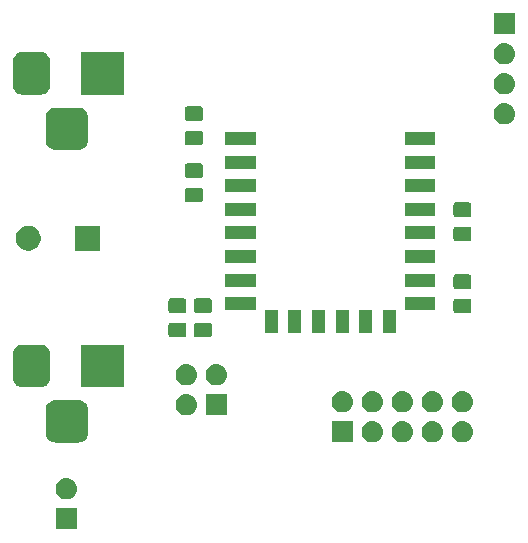
<source format=gbr>
G04 #@! TF.GenerationSoftware,KiCad,Pcbnew,(5.1.0-0)*
G04 #@! TF.CreationDate,2019-04-25T22:15:39+08:00*
G04 #@! TF.ProjectId,ws2812b,77733238-3132-4622-9e6b-696361645f70,rev?*
G04 #@! TF.SameCoordinates,Original*
G04 #@! TF.FileFunction,Soldermask,Top*
G04 #@! TF.FilePolarity,Negative*
%FSLAX46Y46*%
G04 Gerber Fmt 4.6, Leading zero omitted, Abs format (unit mm)*
G04 Created by KiCad (PCBNEW (5.1.0-0)) date 2019-04-25 22:15:39*
%MOMM*%
%LPD*%
G04 APERTURE LIST*
%ADD10C,0.100000*%
G04 APERTURE END LIST*
D10*
G36*
X58813000Y-71005000D02*
G01*
X57011000Y-71005000D01*
X57011000Y-69203000D01*
X58813000Y-69203000D01*
X58813000Y-71005000D01*
X58813000Y-71005000D01*
G37*
G36*
X58022443Y-66669519D02*
G01*
X58088627Y-66676037D01*
X58258466Y-66727557D01*
X58414991Y-66811222D01*
X58450729Y-66840552D01*
X58552186Y-66923814D01*
X58635448Y-67025271D01*
X58664778Y-67061009D01*
X58748443Y-67217534D01*
X58799963Y-67387373D01*
X58817359Y-67564000D01*
X58799963Y-67740627D01*
X58748443Y-67910466D01*
X58664778Y-68066991D01*
X58635448Y-68102729D01*
X58552186Y-68204186D01*
X58450729Y-68287448D01*
X58414991Y-68316778D01*
X58258466Y-68400443D01*
X58088627Y-68451963D01*
X58022442Y-68458482D01*
X57956260Y-68465000D01*
X57867740Y-68465000D01*
X57801558Y-68458482D01*
X57735373Y-68451963D01*
X57565534Y-68400443D01*
X57409009Y-68316778D01*
X57373271Y-68287448D01*
X57271814Y-68204186D01*
X57188552Y-68102729D01*
X57159222Y-68066991D01*
X57075557Y-67910466D01*
X57024037Y-67740627D01*
X57006641Y-67564000D01*
X57024037Y-67387373D01*
X57075557Y-67217534D01*
X57159222Y-67061009D01*
X57188552Y-67025271D01*
X57271814Y-66923814D01*
X57373271Y-66840552D01*
X57409009Y-66811222D01*
X57565534Y-66727557D01*
X57735373Y-66676037D01*
X57801557Y-66669519D01*
X57867740Y-66663000D01*
X57956260Y-66663000D01*
X58022443Y-66669519D01*
X58022443Y-66669519D01*
G37*
G36*
X59086366Y-60065695D02*
G01*
X59243460Y-60113349D01*
X59388231Y-60190731D01*
X59515128Y-60294872D01*
X59619269Y-60421769D01*
X59696651Y-60566540D01*
X59744305Y-60723634D01*
X59761000Y-60893140D01*
X59761000Y-62806860D01*
X59744305Y-62976366D01*
X59696651Y-63133460D01*
X59619269Y-63278231D01*
X59515128Y-63405128D01*
X59388231Y-63509269D01*
X59243460Y-63586651D01*
X59086366Y-63634305D01*
X58916860Y-63651000D01*
X57003140Y-63651000D01*
X56833634Y-63634305D01*
X56676540Y-63586651D01*
X56531769Y-63509269D01*
X56404872Y-63405128D01*
X56300731Y-63278231D01*
X56223349Y-63133460D01*
X56175695Y-62976366D01*
X56159000Y-62806860D01*
X56159000Y-60893140D01*
X56175695Y-60723634D01*
X56223349Y-60566540D01*
X56300731Y-60421769D01*
X56404872Y-60294872D01*
X56531769Y-60190731D01*
X56676540Y-60113349D01*
X56833634Y-60065695D01*
X57003140Y-60049000D01*
X58916860Y-60049000D01*
X59086366Y-60065695D01*
X59086366Y-60065695D01*
G37*
G36*
X86470443Y-61843519D02*
G01*
X86536627Y-61850037D01*
X86706466Y-61901557D01*
X86862991Y-61985222D01*
X86898729Y-62014552D01*
X87000186Y-62097814D01*
X87083448Y-62199271D01*
X87112778Y-62235009D01*
X87196443Y-62391534D01*
X87247963Y-62561373D01*
X87265359Y-62738000D01*
X87247963Y-62914627D01*
X87196443Y-63084466D01*
X87112778Y-63240991D01*
X87104735Y-63250791D01*
X87000186Y-63378186D01*
X86898729Y-63461448D01*
X86862991Y-63490778D01*
X86706466Y-63574443D01*
X86536627Y-63625963D01*
X86470443Y-63632481D01*
X86404260Y-63639000D01*
X86315740Y-63639000D01*
X86249557Y-63632481D01*
X86183373Y-63625963D01*
X86013534Y-63574443D01*
X85857009Y-63490778D01*
X85821271Y-63461448D01*
X85719814Y-63378186D01*
X85615265Y-63250791D01*
X85607222Y-63240991D01*
X85523557Y-63084466D01*
X85472037Y-62914627D01*
X85454641Y-62738000D01*
X85472037Y-62561373D01*
X85523557Y-62391534D01*
X85607222Y-62235009D01*
X85636552Y-62199271D01*
X85719814Y-62097814D01*
X85821271Y-62014552D01*
X85857009Y-61985222D01*
X86013534Y-61901557D01*
X86183373Y-61850037D01*
X86249557Y-61843519D01*
X86315740Y-61837000D01*
X86404260Y-61837000D01*
X86470443Y-61843519D01*
X86470443Y-61843519D01*
G37*
G36*
X83930443Y-61843519D02*
G01*
X83996627Y-61850037D01*
X84166466Y-61901557D01*
X84322991Y-61985222D01*
X84358729Y-62014552D01*
X84460186Y-62097814D01*
X84543448Y-62199271D01*
X84572778Y-62235009D01*
X84656443Y-62391534D01*
X84707963Y-62561373D01*
X84725359Y-62738000D01*
X84707963Y-62914627D01*
X84656443Y-63084466D01*
X84572778Y-63240991D01*
X84564735Y-63250791D01*
X84460186Y-63378186D01*
X84358729Y-63461448D01*
X84322991Y-63490778D01*
X84166466Y-63574443D01*
X83996627Y-63625963D01*
X83930443Y-63632481D01*
X83864260Y-63639000D01*
X83775740Y-63639000D01*
X83709557Y-63632481D01*
X83643373Y-63625963D01*
X83473534Y-63574443D01*
X83317009Y-63490778D01*
X83281271Y-63461448D01*
X83179814Y-63378186D01*
X83075265Y-63250791D01*
X83067222Y-63240991D01*
X82983557Y-63084466D01*
X82932037Y-62914627D01*
X82914641Y-62738000D01*
X82932037Y-62561373D01*
X82983557Y-62391534D01*
X83067222Y-62235009D01*
X83096552Y-62199271D01*
X83179814Y-62097814D01*
X83281271Y-62014552D01*
X83317009Y-61985222D01*
X83473534Y-61901557D01*
X83643373Y-61850037D01*
X83709557Y-61843519D01*
X83775740Y-61837000D01*
X83864260Y-61837000D01*
X83930443Y-61843519D01*
X83930443Y-61843519D01*
G37*
G36*
X82181000Y-63639000D02*
G01*
X80379000Y-63639000D01*
X80379000Y-61837000D01*
X82181000Y-61837000D01*
X82181000Y-63639000D01*
X82181000Y-63639000D01*
G37*
G36*
X91550443Y-61843519D02*
G01*
X91616627Y-61850037D01*
X91786466Y-61901557D01*
X91942991Y-61985222D01*
X91978729Y-62014552D01*
X92080186Y-62097814D01*
X92163448Y-62199271D01*
X92192778Y-62235009D01*
X92276443Y-62391534D01*
X92327963Y-62561373D01*
X92345359Y-62738000D01*
X92327963Y-62914627D01*
X92276443Y-63084466D01*
X92192778Y-63240991D01*
X92184735Y-63250791D01*
X92080186Y-63378186D01*
X91978729Y-63461448D01*
X91942991Y-63490778D01*
X91786466Y-63574443D01*
X91616627Y-63625963D01*
X91550443Y-63632481D01*
X91484260Y-63639000D01*
X91395740Y-63639000D01*
X91329557Y-63632481D01*
X91263373Y-63625963D01*
X91093534Y-63574443D01*
X90937009Y-63490778D01*
X90901271Y-63461448D01*
X90799814Y-63378186D01*
X90695265Y-63250791D01*
X90687222Y-63240991D01*
X90603557Y-63084466D01*
X90552037Y-62914627D01*
X90534641Y-62738000D01*
X90552037Y-62561373D01*
X90603557Y-62391534D01*
X90687222Y-62235009D01*
X90716552Y-62199271D01*
X90799814Y-62097814D01*
X90901271Y-62014552D01*
X90937009Y-61985222D01*
X91093534Y-61901557D01*
X91263373Y-61850037D01*
X91329557Y-61843519D01*
X91395740Y-61837000D01*
X91484260Y-61837000D01*
X91550443Y-61843519D01*
X91550443Y-61843519D01*
G37*
G36*
X89010443Y-61843519D02*
G01*
X89076627Y-61850037D01*
X89246466Y-61901557D01*
X89402991Y-61985222D01*
X89438729Y-62014552D01*
X89540186Y-62097814D01*
X89623448Y-62199271D01*
X89652778Y-62235009D01*
X89736443Y-62391534D01*
X89787963Y-62561373D01*
X89805359Y-62738000D01*
X89787963Y-62914627D01*
X89736443Y-63084466D01*
X89652778Y-63240991D01*
X89644735Y-63250791D01*
X89540186Y-63378186D01*
X89438729Y-63461448D01*
X89402991Y-63490778D01*
X89246466Y-63574443D01*
X89076627Y-63625963D01*
X89010443Y-63632481D01*
X88944260Y-63639000D01*
X88855740Y-63639000D01*
X88789557Y-63632481D01*
X88723373Y-63625963D01*
X88553534Y-63574443D01*
X88397009Y-63490778D01*
X88361271Y-63461448D01*
X88259814Y-63378186D01*
X88155265Y-63250791D01*
X88147222Y-63240991D01*
X88063557Y-63084466D01*
X88012037Y-62914627D01*
X87994641Y-62738000D01*
X88012037Y-62561373D01*
X88063557Y-62391534D01*
X88147222Y-62235009D01*
X88176552Y-62199271D01*
X88259814Y-62097814D01*
X88361271Y-62014552D01*
X88397009Y-61985222D01*
X88553534Y-61901557D01*
X88723373Y-61850037D01*
X88789557Y-61843519D01*
X88855740Y-61837000D01*
X88944260Y-61837000D01*
X89010443Y-61843519D01*
X89010443Y-61843519D01*
G37*
G36*
X71513000Y-61353000D02*
G01*
X69711000Y-61353000D01*
X69711000Y-59551000D01*
X71513000Y-59551000D01*
X71513000Y-61353000D01*
X71513000Y-61353000D01*
G37*
G36*
X68182443Y-59557519D02*
G01*
X68248627Y-59564037D01*
X68418466Y-59615557D01*
X68574991Y-59699222D01*
X68610729Y-59728552D01*
X68712186Y-59811814D01*
X68795448Y-59913271D01*
X68824778Y-59949009D01*
X68908443Y-60105534D01*
X68959963Y-60275373D01*
X68977359Y-60452000D01*
X68959963Y-60628627D01*
X68908443Y-60798466D01*
X68824778Y-60954991D01*
X68795448Y-60990729D01*
X68712186Y-61092186D01*
X68610729Y-61175448D01*
X68574991Y-61204778D01*
X68418466Y-61288443D01*
X68248627Y-61339963D01*
X68182443Y-61346481D01*
X68116260Y-61353000D01*
X68027740Y-61353000D01*
X67961557Y-61346481D01*
X67895373Y-61339963D01*
X67725534Y-61288443D01*
X67569009Y-61204778D01*
X67533271Y-61175448D01*
X67431814Y-61092186D01*
X67348552Y-60990729D01*
X67319222Y-60954991D01*
X67235557Y-60798466D01*
X67184037Y-60628627D01*
X67166641Y-60452000D01*
X67184037Y-60275373D01*
X67235557Y-60105534D01*
X67319222Y-59949009D01*
X67348552Y-59913271D01*
X67431814Y-59811814D01*
X67533271Y-59728552D01*
X67569009Y-59699222D01*
X67725534Y-59615557D01*
X67895373Y-59564037D01*
X67961557Y-59557519D01*
X68027740Y-59551000D01*
X68116260Y-59551000D01*
X68182443Y-59557519D01*
X68182443Y-59557519D01*
G37*
G36*
X91550442Y-59303518D02*
G01*
X91616627Y-59310037D01*
X91786466Y-59361557D01*
X91942991Y-59445222D01*
X91978729Y-59474552D01*
X92080186Y-59557814D01*
X92163448Y-59659271D01*
X92192778Y-59695009D01*
X92276443Y-59851534D01*
X92327963Y-60021373D01*
X92345359Y-60198000D01*
X92327963Y-60374627D01*
X92276443Y-60544466D01*
X92192778Y-60700991D01*
X92174195Y-60723634D01*
X92080186Y-60838186D01*
X92013223Y-60893140D01*
X91942991Y-60950778D01*
X91786466Y-61034443D01*
X91616627Y-61085963D01*
X91553453Y-61092185D01*
X91484260Y-61099000D01*
X91395740Y-61099000D01*
X91326547Y-61092185D01*
X91263373Y-61085963D01*
X91093534Y-61034443D01*
X90937009Y-60950778D01*
X90866777Y-60893140D01*
X90799814Y-60838186D01*
X90705805Y-60723634D01*
X90687222Y-60700991D01*
X90603557Y-60544466D01*
X90552037Y-60374627D01*
X90534641Y-60198000D01*
X90552037Y-60021373D01*
X90603557Y-59851534D01*
X90687222Y-59695009D01*
X90716552Y-59659271D01*
X90799814Y-59557814D01*
X90901271Y-59474552D01*
X90937009Y-59445222D01*
X91093534Y-59361557D01*
X91263373Y-59310037D01*
X91329558Y-59303518D01*
X91395740Y-59297000D01*
X91484260Y-59297000D01*
X91550442Y-59303518D01*
X91550442Y-59303518D01*
G37*
G36*
X81390442Y-59303518D02*
G01*
X81456627Y-59310037D01*
X81626466Y-59361557D01*
X81782991Y-59445222D01*
X81818729Y-59474552D01*
X81920186Y-59557814D01*
X82003448Y-59659271D01*
X82032778Y-59695009D01*
X82116443Y-59851534D01*
X82167963Y-60021373D01*
X82185359Y-60198000D01*
X82167963Y-60374627D01*
X82116443Y-60544466D01*
X82032778Y-60700991D01*
X82014195Y-60723634D01*
X81920186Y-60838186D01*
X81853223Y-60893140D01*
X81782991Y-60950778D01*
X81626466Y-61034443D01*
X81456627Y-61085963D01*
X81393453Y-61092185D01*
X81324260Y-61099000D01*
X81235740Y-61099000D01*
X81166547Y-61092185D01*
X81103373Y-61085963D01*
X80933534Y-61034443D01*
X80777009Y-60950778D01*
X80706777Y-60893140D01*
X80639814Y-60838186D01*
X80545805Y-60723634D01*
X80527222Y-60700991D01*
X80443557Y-60544466D01*
X80392037Y-60374627D01*
X80374641Y-60198000D01*
X80392037Y-60021373D01*
X80443557Y-59851534D01*
X80527222Y-59695009D01*
X80556552Y-59659271D01*
X80639814Y-59557814D01*
X80741271Y-59474552D01*
X80777009Y-59445222D01*
X80933534Y-59361557D01*
X81103373Y-59310037D01*
X81169558Y-59303518D01*
X81235740Y-59297000D01*
X81324260Y-59297000D01*
X81390442Y-59303518D01*
X81390442Y-59303518D01*
G37*
G36*
X83930442Y-59303518D02*
G01*
X83996627Y-59310037D01*
X84166466Y-59361557D01*
X84322991Y-59445222D01*
X84358729Y-59474552D01*
X84460186Y-59557814D01*
X84543448Y-59659271D01*
X84572778Y-59695009D01*
X84656443Y-59851534D01*
X84707963Y-60021373D01*
X84725359Y-60198000D01*
X84707963Y-60374627D01*
X84656443Y-60544466D01*
X84572778Y-60700991D01*
X84554195Y-60723634D01*
X84460186Y-60838186D01*
X84393223Y-60893140D01*
X84322991Y-60950778D01*
X84166466Y-61034443D01*
X83996627Y-61085963D01*
X83933453Y-61092185D01*
X83864260Y-61099000D01*
X83775740Y-61099000D01*
X83706547Y-61092185D01*
X83643373Y-61085963D01*
X83473534Y-61034443D01*
X83317009Y-60950778D01*
X83246777Y-60893140D01*
X83179814Y-60838186D01*
X83085805Y-60723634D01*
X83067222Y-60700991D01*
X82983557Y-60544466D01*
X82932037Y-60374627D01*
X82914641Y-60198000D01*
X82932037Y-60021373D01*
X82983557Y-59851534D01*
X83067222Y-59695009D01*
X83096552Y-59659271D01*
X83179814Y-59557814D01*
X83281271Y-59474552D01*
X83317009Y-59445222D01*
X83473534Y-59361557D01*
X83643373Y-59310037D01*
X83709558Y-59303518D01*
X83775740Y-59297000D01*
X83864260Y-59297000D01*
X83930442Y-59303518D01*
X83930442Y-59303518D01*
G37*
G36*
X89010442Y-59303518D02*
G01*
X89076627Y-59310037D01*
X89246466Y-59361557D01*
X89402991Y-59445222D01*
X89438729Y-59474552D01*
X89540186Y-59557814D01*
X89623448Y-59659271D01*
X89652778Y-59695009D01*
X89736443Y-59851534D01*
X89787963Y-60021373D01*
X89805359Y-60198000D01*
X89787963Y-60374627D01*
X89736443Y-60544466D01*
X89652778Y-60700991D01*
X89634195Y-60723634D01*
X89540186Y-60838186D01*
X89473223Y-60893140D01*
X89402991Y-60950778D01*
X89246466Y-61034443D01*
X89076627Y-61085963D01*
X89013453Y-61092185D01*
X88944260Y-61099000D01*
X88855740Y-61099000D01*
X88786547Y-61092185D01*
X88723373Y-61085963D01*
X88553534Y-61034443D01*
X88397009Y-60950778D01*
X88326777Y-60893140D01*
X88259814Y-60838186D01*
X88165805Y-60723634D01*
X88147222Y-60700991D01*
X88063557Y-60544466D01*
X88012037Y-60374627D01*
X87994641Y-60198000D01*
X88012037Y-60021373D01*
X88063557Y-59851534D01*
X88147222Y-59695009D01*
X88176552Y-59659271D01*
X88259814Y-59557814D01*
X88361271Y-59474552D01*
X88397009Y-59445222D01*
X88553534Y-59361557D01*
X88723373Y-59310037D01*
X88789558Y-59303518D01*
X88855740Y-59297000D01*
X88944260Y-59297000D01*
X89010442Y-59303518D01*
X89010442Y-59303518D01*
G37*
G36*
X86470442Y-59303518D02*
G01*
X86536627Y-59310037D01*
X86706466Y-59361557D01*
X86862991Y-59445222D01*
X86898729Y-59474552D01*
X87000186Y-59557814D01*
X87083448Y-59659271D01*
X87112778Y-59695009D01*
X87196443Y-59851534D01*
X87247963Y-60021373D01*
X87265359Y-60198000D01*
X87247963Y-60374627D01*
X87196443Y-60544466D01*
X87112778Y-60700991D01*
X87094195Y-60723634D01*
X87000186Y-60838186D01*
X86933223Y-60893140D01*
X86862991Y-60950778D01*
X86706466Y-61034443D01*
X86536627Y-61085963D01*
X86473453Y-61092185D01*
X86404260Y-61099000D01*
X86315740Y-61099000D01*
X86246547Y-61092185D01*
X86183373Y-61085963D01*
X86013534Y-61034443D01*
X85857009Y-60950778D01*
X85786777Y-60893140D01*
X85719814Y-60838186D01*
X85625805Y-60723634D01*
X85607222Y-60700991D01*
X85523557Y-60544466D01*
X85472037Y-60374627D01*
X85454641Y-60198000D01*
X85472037Y-60021373D01*
X85523557Y-59851534D01*
X85607222Y-59695009D01*
X85636552Y-59659271D01*
X85719814Y-59557814D01*
X85821271Y-59474552D01*
X85857009Y-59445222D01*
X86013534Y-59361557D01*
X86183373Y-59310037D01*
X86249558Y-59303518D01*
X86315740Y-59297000D01*
X86404260Y-59297000D01*
X86470442Y-59303518D01*
X86470442Y-59303518D01*
G37*
G36*
X55936979Y-55363293D02*
G01*
X56070625Y-55403834D01*
X56193784Y-55469664D01*
X56301740Y-55558260D01*
X56390336Y-55666216D01*
X56456166Y-55789375D01*
X56496707Y-55923021D01*
X56511000Y-56068140D01*
X56511000Y-58231860D01*
X56496707Y-58376979D01*
X56456166Y-58510625D01*
X56390336Y-58633784D01*
X56301740Y-58741740D01*
X56193784Y-58830336D01*
X56070625Y-58896166D01*
X55936979Y-58936707D01*
X55791860Y-58951000D01*
X54128140Y-58951000D01*
X53983021Y-58936707D01*
X53849375Y-58896166D01*
X53726216Y-58830336D01*
X53618260Y-58741740D01*
X53529664Y-58633784D01*
X53463834Y-58510625D01*
X53423293Y-58376979D01*
X53409000Y-58231860D01*
X53409000Y-56068140D01*
X53423293Y-55923021D01*
X53463834Y-55789375D01*
X53529664Y-55666216D01*
X53618260Y-55558260D01*
X53726216Y-55469664D01*
X53849375Y-55403834D01*
X53983021Y-55363293D01*
X54128140Y-55349000D01*
X55791860Y-55349000D01*
X55936979Y-55363293D01*
X55936979Y-55363293D01*
G37*
G36*
X62761000Y-58951000D02*
G01*
X59159000Y-58951000D01*
X59159000Y-55349000D01*
X62761000Y-55349000D01*
X62761000Y-58951000D01*
X62761000Y-58951000D01*
G37*
G36*
X70722442Y-57017518D02*
G01*
X70788627Y-57024037D01*
X70958466Y-57075557D01*
X71114991Y-57159222D01*
X71150729Y-57188552D01*
X71252186Y-57271814D01*
X71335448Y-57373271D01*
X71364778Y-57409009D01*
X71448443Y-57565534D01*
X71499963Y-57735373D01*
X71517359Y-57912000D01*
X71499963Y-58088627D01*
X71448443Y-58258466D01*
X71364778Y-58414991D01*
X71335448Y-58450729D01*
X71252186Y-58552186D01*
X71152757Y-58633784D01*
X71114991Y-58664778D01*
X70958466Y-58748443D01*
X70788627Y-58799963D01*
X70722442Y-58806482D01*
X70656260Y-58813000D01*
X70567740Y-58813000D01*
X70501558Y-58806482D01*
X70435373Y-58799963D01*
X70265534Y-58748443D01*
X70109009Y-58664778D01*
X70071243Y-58633784D01*
X69971814Y-58552186D01*
X69888552Y-58450729D01*
X69859222Y-58414991D01*
X69775557Y-58258466D01*
X69724037Y-58088627D01*
X69706641Y-57912000D01*
X69724037Y-57735373D01*
X69775557Y-57565534D01*
X69859222Y-57409009D01*
X69888552Y-57373271D01*
X69971814Y-57271814D01*
X70073271Y-57188552D01*
X70109009Y-57159222D01*
X70265534Y-57075557D01*
X70435373Y-57024037D01*
X70501558Y-57017518D01*
X70567740Y-57011000D01*
X70656260Y-57011000D01*
X70722442Y-57017518D01*
X70722442Y-57017518D01*
G37*
G36*
X68182442Y-57017518D02*
G01*
X68248627Y-57024037D01*
X68418466Y-57075557D01*
X68574991Y-57159222D01*
X68610729Y-57188552D01*
X68712186Y-57271814D01*
X68795448Y-57373271D01*
X68824778Y-57409009D01*
X68908443Y-57565534D01*
X68959963Y-57735373D01*
X68977359Y-57912000D01*
X68959963Y-58088627D01*
X68908443Y-58258466D01*
X68824778Y-58414991D01*
X68795448Y-58450729D01*
X68712186Y-58552186D01*
X68612757Y-58633784D01*
X68574991Y-58664778D01*
X68418466Y-58748443D01*
X68248627Y-58799963D01*
X68182442Y-58806482D01*
X68116260Y-58813000D01*
X68027740Y-58813000D01*
X67961558Y-58806482D01*
X67895373Y-58799963D01*
X67725534Y-58748443D01*
X67569009Y-58664778D01*
X67531243Y-58633784D01*
X67431814Y-58552186D01*
X67348552Y-58450729D01*
X67319222Y-58414991D01*
X67235557Y-58258466D01*
X67184037Y-58088627D01*
X67166641Y-57912000D01*
X67184037Y-57735373D01*
X67235557Y-57565534D01*
X67319222Y-57409009D01*
X67348552Y-57373271D01*
X67431814Y-57271814D01*
X67533271Y-57188552D01*
X67569009Y-57159222D01*
X67725534Y-57075557D01*
X67895373Y-57024037D01*
X67961558Y-57017518D01*
X68027740Y-57011000D01*
X68116260Y-57011000D01*
X68182442Y-57017518D01*
X68182442Y-57017518D01*
G37*
G36*
X67898674Y-53489465D02*
G01*
X67936367Y-53500899D01*
X67971103Y-53519466D01*
X68001548Y-53544452D01*
X68026534Y-53574897D01*
X68045101Y-53609633D01*
X68056535Y-53647326D01*
X68061000Y-53692661D01*
X68061000Y-54529339D01*
X68056535Y-54574674D01*
X68045101Y-54612367D01*
X68026534Y-54647103D01*
X68001548Y-54677548D01*
X67971103Y-54702534D01*
X67936367Y-54721101D01*
X67898674Y-54732535D01*
X67853339Y-54737000D01*
X66766661Y-54737000D01*
X66721326Y-54732535D01*
X66683633Y-54721101D01*
X66648897Y-54702534D01*
X66618452Y-54677548D01*
X66593466Y-54647103D01*
X66574899Y-54612367D01*
X66563465Y-54574674D01*
X66559000Y-54529339D01*
X66559000Y-53692661D01*
X66563465Y-53647326D01*
X66574899Y-53609633D01*
X66593466Y-53574897D01*
X66618452Y-53544452D01*
X66648897Y-53519466D01*
X66683633Y-53500899D01*
X66721326Y-53489465D01*
X66766661Y-53485000D01*
X67853339Y-53485000D01*
X67898674Y-53489465D01*
X67898674Y-53489465D01*
G37*
G36*
X70057674Y-53489465D02*
G01*
X70095367Y-53500899D01*
X70130103Y-53519466D01*
X70160548Y-53544452D01*
X70185534Y-53574897D01*
X70204101Y-53609633D01*
X70215535Y-53647326D01*
X70220000Y-53692661D01*
X70220000Y-54529339D01*
X70215535Y-54574674D01*
X70204101Y-54612367D01*
X70185534Y-54647103D01*
X70160548Y-54677548D01*
X70130103Y-54702534D01*
X70095367Y-54721101D01*
X70057674Y-54732535D01*
X70012339Y-54737000D01*
X68925661Y-54737000D01*
X68880326Y-54732535D01*
X68842633Y-54721101D01*
X68807897Y-54702534D01*
X68777452Y-54677548D01*
X68752466Y-54647103D01*
X68733899Y-54612367D01*
X68722465Y-54574674D01*
X68718000Y-54529339D01*
X68718000Y-53692661D01*
X68722465Y-53647326D01*
X68733899Y-53609633D01*
X68752466Y-53574897D01*
X68777452Y-53544452D01*
X68807897Y-53519466D01*
X68842633Y-53500899D01*
X68880326Y-53489465D01*
X68925661Y-53485000D01*
X70012339Y-53485000D01*
X70057674Y-53489465D01*
X70057674Y-53489465D01*
G37*
G36*
X85815000Y-54353000D02*
G01*
X84713000Y-54353000D01*
X84713000Y-52451000D01*
X85815000Y-52451000D01*
X85815000Y-54353000D01*
X85815000Y-54353000D01*
G37*
G36*
X83815000Y-54353000D02*
G01*
X82713000Y-54353000D01*
X82713000Y-52451000D01*
X83815000Y-52451000D01*
X83815000Y-54353000D01*
X83815000Y-54353000D01*
G37*
G36*
X81815000Y-54353000D02*
G01*
X80713000Y-54353000D01*
X80713000Y-52451000D01*
X81815000Y-52451000D01*
X81815000Y-54353000D01*
X81815000Y-54353000D01*
G37*
G36*
X79815000Y-54353000D02*
G01*
X78713000Y-54353000D01*
X78713000Y-52451000D01*
X79815000Y-52451000D01*
X79815000Y-54353000D01*
X79815000Y-54353000D01*
G37*
G36*
X77815000Y-54353000D02*
G01*
X76713000Y-54353000D01*
X76713000Y-52451000D01*
X77815000Y-52451000D01*
X77815000Y-54353000D01*
X77815000Y-54353000D01*
G37*
G36*
X75815000Y-54353000D02*
G01*
X74713000Y-54353000D01*
X74713000Y-52451000D01*
X75815000Y-52451000D01*
X75815000Y-54353000D01*
X75815000Y-54353000D01*
G37*
G36*
X92028674Y-51457465D02*
G01*
X92066367Y-51468899D01*
X92101103Y-51487466D01*
X92131548Y-51512452D01*
X92156534Y-51542897D01*
X92175101Y-51577633D01*
X92186535Y-51615326D01*
X92191000Y-51660661D01*
X92191000Y-52497339D01*
X92186535Y-52542674D01*
X92175101Y-52580367D01*
X92156534Y-52615103D01*
X92131548Y-52645548D01*
X92101103Y-52670534D01*
X92066367Y-52689101D01*
X92028674Y-52700535D01*
X91983339Y-52705000D01*
X90896661Y-52705000D01*
X90851326Y-52700535D01*
X90813633Y-52689101D01*
X90778897Y-52670534D01*
X90748452Y-52645548D01*
X90723466Y-52615103D01*
X90704899Y-52580367D01*
X90693465Y-52542674D01*
X90689000Y-52497339D01*
X90689000Y-51660661D01*
X90693465Y-51615326D01*
X90704899Y-51577633D01*
X90723466Y-51542897D01*
X90748452Y-51512452D01*
X90778897Y-51487466D01*
X90813633Y-51468899D01*
X90851326Y-51457465D01*
X90896661Y-51453000D01*
X91983339Y-51453000D01*
X92028674Y-51457465D01*
X92028674Y-51457465D01*
G37*
G36*
X67898674Y-51439465D02*
G01*
X67936367Y-51450899D01*
X67971103Y-51469466D01*
X68001548Y-51494452D01*
X68026534Y-51524897D01*
X68045101Y-51559633D01*
X68056535Y-51597326D01*
X68061000Y-51642661D01*
X68061000Y-52479339D01*
X68056535Y-52524674D01*
X68045101Y-52562367D01*
X68026534Y-52597103D01*
X68001548Y-52627548D01*
X67971103Y-52652534D01*
X67936367Y-52671101D01*
X67898674Y-52682535D01*
X67853339Y-52687000D01*
X66766661Y-52687000D01*
X66721326Y-52682535D01*
X66683633Y-52671101D01*
X66648897Y-52652534D01*
X66618452Y-52627548D01*
X66593466Y-52597103D01*
X66574899Y-52562367D01*
X66563465Y-52524674D01*
X66559000Y-52479339D01*
X66559000Y-51642661D01*
X66563465Y-51597326D01*
X66574899Y-51559633D01*
X66593466Y-51524897D01*
X66618452Y-51494452D01*
X66648897Y-51469466D01*
X66683633Y-51450899D01*
X66721326Y-51439465D01*
X66766661Y-51435000D01*
X67853339Y-51435000D01*
X67898674Y-51439465D01*
X67898674Y-51439465D01*
G37*
G36*
X70057674Y-51439465D02*
G01*
X70095367Y-51450899D01*
X70130103Y-51469466D01*
X70160548Y-51494452D01*
X70185534Y-51524897D01*
X70204101Y-51559633D01*
X70215535Y-51597326D01*
X70220000Y-51642661D01*
X70220000Y-52479339D01*
X70215535Y-52524674D01*
X70204101Y-52562367D01*
X70185534Y-52597103D01*
X70160548Y-52627548D01*
X70130103Y-52652534D01*
X70095367Y-52671101D01*
X70057674Y-52682535D01*
X70012339Y-52687000D01*
X68925661Y-52687000D01*
X68880326Y-52682535D01*
X68842633Y-52671101D01*
X68807897Y-52652534D01*
X68777452Y-52627548D01*
X68752466Y-52597103D01*
X68733899Y-52562367D01*
X68722465Y-52524674D01*
X68718000Y-52479339D01*
X68718000Y-51642661D01*
X68722465Y-51597326D01*
X68733899Y-51559633D01*
X68752466Y-51524897D01*
X68777452Y-51494452D01*
X68807897Y-51469466D01*
X68842633Y-51450899D01*
X68880326Y-51439465D01*
X68925661Y-51435000D01*
X70012339Y-51435000D01*
X70057674Y-51439465D01*
X70057674Y-51439465D01*
G37*
G36*
X89165000Y-52453000D02*
G01*
X86563000Y-52453000D01*
X86563000Y-51351000D01*
X89165000Y-51351000D01*
X89165000Y-52453000D01*
X89165000Y-52453000D01*
G37*
G36*
X73965000Y-52453000D02*
G01*
X71363000Y-52453000D01*
X71363000Y-51351000D01*
X73965000Y-51351000D01*
X73965000Y-52453000D01*
X73965000Y-52453000D01*
G37*
G36*
X92028674Y-49407465D02*
G01*
X92066367Y-49418899D01*
X92101103Y-49437466D01*
X92131548Y-49462452D01*
X92156534Y-49492897D01*
X92175101Y-49527633D01*
X92186535Y-49565326D01*
X92191000Y-49610661D01*
X92191000Y-50447339D01*
X92186535Y-50492674D01*
X92175101Y-50530367D01*
X92156534Y-50565103D01*
X92131548Y-50595548D01*
X92101103Y-50620534D01*
X92066367Y-50639101D01*
X92028674Y-50650535D01*
X91983339Y-50655000D01*
X90896661Y-50655000D01*
X90851326Y-50650535D01*
X90813633Y-50639101D01*
X90778897Y-50620534D01*
X90748452Y-50595548D01*
X90723466Y-50565103D01*
X90704899Y-50530367D01*
X90693465Y-50492674D01*
X90689000Y-50447339D01*
X90689000Y-49610661D01*
X90693465Y-49565326D01*
X90704899Y-49527633D01*
X90723466Y-49492897D01*
X90748452Y-49462452D01*
X90778897Y-49437466D01*
X90813633Y-49418899D01*
X90851326Y-49407465D01*
X90896661Y-49403000D01*
X91983339Y-49403000D01*
X92028674Y-49407465D01*
X92028674Y-49407465D01*
G37*
G36*
X89165000Y-50453000D02*
G01*
X86563000Y-50453000D01*
X86563000Y-49351000D01*
X89165000Y-49351000D01*
X89165000Y-50453000D01*
X89165000Y-50453000D01*
G37*
G36*
X73965000Y-50453000D02*
G01*
X71363000Y-50453000D01*
X71363000Y-49351000D01*
X73965000Y-49351000D01*
X73965000Y-50453000D01*
X73965000Y-50453000D01*
G37*
G36*
X73965000Y-48453000D02*
G01*
X71363000Y-48453000D01*
X71363000Y-47351000D01*
X73965000Y-47351000D01*
X73965000Y-48453000D01*
X73965000Y-48453000D01*
G37*
G36*
X89165000Y-48453000D02*
G01*
X86563000Y-48453000D01*
X86563000Y-47351000D01*
X89165000Y-47351000D01*
X89165000Y-48453000D01*
X89165000Y-48453000D01*
G37*
G36*
X60741000Y-47406000D02*
G01*
X58639000Y-47406000D01*
X58639000Y-45304000D01*
X60741000Y-45304000D01*
X60741000Y-47406000D01*
X60741000Y-47406000D01*
G37*
G36*
X54996564Y-45344389D02*
G01*
X55187833Y-45423615D01*
X55187835Y-45423616D01*
X55331075Y-45519326D01*
X55359973Y-45538635D01*
X55506365Y-45685027D01*
X55621385Y-45857167D01*
X55700611Y-46048436D01*
X55741000Y-46251484D01*
X55741000Y-46458516D01*
X55700611Y-46661564D01*
X55621385Y-46852833D01*
X55621384Y-46852835D01*
X55506365Y-47024973D01*
X55359973Y-47171365D01*
X55187835Y-47286384D01*
X55187834Y-47286385D01*
X55187833Y-47286385D01*
X54996564Y-47365611D01*
X54793516Y-47406000D01*
X54586484Y-47406000D01*
X54383436Y-47365611D01*
X54192167Y-47286385D01*
X54192166Y-47286385D01*
X54192165Y-47286384D01*
X54020027Y-47171365D01*
X53873635Y-47024973D01*
X53758616Y-46852835D01*
X53758615Y-46852833D01*
X53679389Y-46661564D01*
X53639000Y-46458516D01*
X53639000Y-46251484D01*
X53679389Y-46048436D01*
X53758615Y-45857167D01*
X53873635Y-45685027D01*
X54020027Y-45538635D01*
X54048925Y-45519326D01*
X54192165Y-45423616D01*
X54192167Y-45423615D01*
X54383436Y-45344389D01*
X54586484Y-45304000D01*
X54793516Y-45304000D01*
X54996564Y-45344389D01*
X54996564Y-45344389D01*
G37*
G36*
X92028674Y-45361465D02*
G01*
X92066367Y-45372899D01*
X92101103Y-45391466D01*
X92131548Y-45416452D01*
X92156534Y-45446897D01*
X92175101Y-45481633D01*
X92186535Y-45519326D01*
X92191000Y-45564661D01*
X92191000Y-46401339D01*
X92186535Y-46446674D01*
X92175101Y-46484367D01*
X92156534Y-46519103D01*
X92131548Y-46549548D01*
X92101103Y-46574534D01*
X92066367Y-46593101D01*
X92028674Y-46604535D01*
X91983339Y-46609000D01*
X90896661Y-46609000D01*
X90851326Y-46604535D01*
X90813633Y-46593101D01*
X90778897Y-46574534D01*
X90748452Y-46549548D01*
X90723466Y-46519103D01*
X90704899Y-46484367D01*
X90693465Y-46446674D01*
X90689000Y-46401339D01*
X90689000Y-45564661D01*
X90693465Y-45519326D01*
X90704899Y-45481633D01*
X90723466Y-45446897D01*
X90748452Y-45416452D01*
X90778897Y-45391466D01*
X90813633Y-45372899D01*
X90851326Y-45361465D01*
X90896661Y-45357000D01*
X91983339Y-45357000D01*
X92028674Y-45361465D01*
X92028674Y-45361465D01*
G37*
G36*
X89165000Y-46453000D02*
G01*
X86563000Y-46453000D01*
X86563000Y-45351000D01*
X89165000Y-45351000D01*
X89165000Y-46453000D01*
X89165000Y-46453000D01*
G37*
G36*
X73965000Y-46453000D02*
G01*
X71363000Y-46453000D01*
X71363000Y-45351000D01*
X73965000Y-45351000D01*
X73965000Y-46453000D01*
X73965000Y-46453000D01*
G37*
G36*
X92028674Y-43311465D02*
G01*
X92066367Y-43322899D01*
X92101103Y-43341466D01*
X92131548Y-43366452D01*
X92156534Y-43396897D01*
X92175101Y-43431633D01*
X92186535Y-43469326D01*
X92191000Y-43514661D01*
X92191000Y-44351339D01*
X92186535Y-44396674D01*
X92175101Y-44434367D01*
X92156534Y-44469103D01*
X92131548Y-44499548D01*
X92101103Y-44524534D01*
X92066367Y-44543101D01*
X92028674Y-44554535D01*
X91983339Y-44559000D01*
X90896661Y-44559000D01*
X90851326Y-44554535D01*
X90813633Y-44543101D01*
X90778897Y-44524534D01*
X90748452Y-44499548D01*
X90723466Y-44469103D01*
X90704899Y-44434367D01*
X90693465Y-44396674D01*
X90689000Y-44351339D01*
X90689000Y-43514661D01*
X90693465Y-43469326D01*
X90704899Y-43431633D01*
X90723466Y-43396897D01*
X90748452Y-43366452D01*
X90778897Y-43341466D01*
X90813633Y-43322899D01*
X90851326Y-43311465D01*
X90896661Y-43307000D01*
X91983339Y-43307000D01*
X92028674Y-43311465D01*
X92028674Y-43311465D01*
G37*
G36*
X89165000Y-44453000D02*
G01*
X86563000Y-44453000D01*
X86563000Y-43351000D01*
X89165000Y-43351000D01*
X89165000Y-44453000D01*
X89165000Y-44453000D01*
G37*
G36*
X73965000Y-44453000D02*
G01*
X71363000Y-44453000D01*
X71363000Y-43351000D01*
X73965000Y-43351000D01*
X73965000Y-44453000D01*
X73965000Y-44453000D01*
G37*
G36*
X69295674Y-42059465D02*
G01*
X69333367Y-42070899D01*
X69368103Y-42089466D01*
X69398548Y-42114452D01*
X69423534Y-42144897D01*
X69442101Y-42179633D01*
X69453535Y-42217326D01*
X69458000Y-42262661D01*
X69458000Y-43099339D01*
X69453535Y-43144674D01*
X69442101Y-43182367D01*
X69423534Y-43217103D01*
X69398548Y-43247548D01*
X69368103Y-43272534D01*
X69333367Y-43291101D01*
X69295674Y-43302535D01*
X69250339Y-43307000D01*
X68163661Y-43307000D01*
X68118326Y-43302535D01*
X68080633Y-43291101D01*
X68045897Y-43272534D01*
X68015452Y-43247548D01*
X67990466Y-43217103D01*
X67971899Y-43182367D01*
X67960465Y-43144674D01*
X67956000Y-43099339D01*
X67956000Y-42262661D01*
X67960465Y-42217326D01*
X67971899Y-42179633D01*
X67990466Y-42144897D01*
X68015452Y-42114452D01*
X68045897Y-42089466D01*
X68080633Y-42070899D01*
X68118326Y-42059465D01*
X68163661Y-42055000D01*
X69250339Y-42055000D01*
X69295674Y-42059465D01*
X69295674Y-42059465D01*
G37*
G36*
X89165000Y-42453000D02*
G01*
X86563000Y-42453000D01*
X86563000Y-41351000D01*
X89165000Y-41351000D01*
X89165000Y-42453000D01*
X89165000Y-42453000D01*
G37*
G36*
X73965000Y-42453000D02*
G01*
X71363000Y-42453000D01*
X71363000Y-41351000D01*
X73965000Y-41351000D01*
X73965000Y-42453000D01*
X73965000Y-42453000D01*
G37*
G36*
X69295674Y-40009465D02*
G01*
X69333367Y-40020899D01*
X69368103Y-40039466D01*
X69398548Y-40064452D01*
X69423534Y-40094897D01*
X69442101Y-40129633D01*
X69453535Y-40167326D01*
X69458000Y-40212661D01*
X69458000Y-41049339D01*
X69453535Y-41094674D01*
X69442101Y-41132367D01*
X69423534Y-41167103D01*
X69398548Y-41197548D01*
X69368103Y-41222534D01*
X69333367Y-41241101D01*
X69295674Y-41252535D01*
X69250339Y-41257000D01*
X68163661Y-41257000D01*
X68118326Y-41252535D01*
X68080633Y-41241101D01*
X68045897Y-41222534D01*
X68015452Y-41197548D01*
X67990466Y-41167103D01*
X67971899Y-41132367D01*
X67960465Y-41094674D01*
X67956000Y-41049339D01*
X67956000Y-40212661D01*
X67960465Y-40167326D01*
X67971899Y-40129633D01*
X67990466Y-40094897D01*
X68015452Y-40064452D01*
X68045897Y-40039466D01*
X68080633Y-40020899D01*
X68118326Y-40009465D01*
X68163661Y-40005000D01*
X69250339Y-40005000D01*
X69295674Y-40009465D01*
X69295674Y-40009465D01*
G37*
G36*
X73965000Y-40453000D02*
G01*
X71363000Y-40453000D01*
X71363000Y-39351000D01*
X73965000Y-39351000D01*
X73965000Y-40453000D01*
X73965000Y-40453000D01*
G37*
G36*
X89165000Y-40453000D02*
G01*
X86563000Y-40453000D01*
X86563000Y-39351000D01*
X89165000Y-39351000D01*
X89165000Y-40453000D01*
X89165000Y-40453000D01*
G37*
G36*
X59086366Y-35300695D02*
G01*
X59243460Y-35348349D01*
X59388231Y-35425731D01*
X59515128Y-35529872D01*
X59619269Y-35656769D01*
X59696651Y-35801540D01*
X59744305Y-35958634D01*
X59761000Y-36128140D01*
X59761000Y-38041860D01*
X59744305Y-38211366D01*
X59696651Y-38368460D01*
X59619269Y-38513231D01*
X59515128Y-38640128D01*
X59388231Y-38744269D01*
X59243460Y-38821651D01*
X59086366Y-38869305D01*
X58916860Y-38886000D01*
X57003140Y-38886000D01*
X56833634Y-38869305D01*
X56676540Y-38821651D01*
X56531769Y-38744269D01*
X56404872Y-38640128D01*
X56300731Y-38513231D01*
X56223349Y-38368460D01*
X56175695Y-38211366D01*
X56159000Y-38041860D01*
X56159000Y-36128140D01*
X56175695Y-35958634D01*
X56223349Y-35801540D01*
X56300731Y-35656769D01*
X56404872Y-35529872D01*
X56531769Y-35425731D01*
X56676540Y-35348349D01*
X56833634Y-35300695D01*
X57003140Y-35284000D01*
X58916860Y-35284000D01*
X59086366Y-35300695D01*
X59086366Y-35300695D01*
G37*
G36*
X69295674Y-37233465D02*
G01*
X69333367Y-37244899D01*
X69368103Y-37263466D01*
X69398548Y-37288452D01*
X69423534Y-37318897D01*
X69442101Y-37353633D01*
X69453535Y-37391326D01*
X69458000Y-37436661D01*
X69458000Y-38273339D01*
X69453535Y-38318674D01*
X69442101Y-38356367D01*
X69423534Y-38391103D01*
X69398548Y-38421548D01*
X69368103Y-38446534D01*
X69333367Y-38465101D01*
X69295674Y-38476535D01*
X69250339Y-38481000D01*
X68163661Y-38481000D01*
X68118326Y-38476535D01*
X68080633Y-38465101D01*
X68045897Y-38446534D01*
X68015452Y-38421548D01*
X67990466Y-38391103D01*
X67971899Y-38356367D01*
X67960465Y-38318674D01*
X67956000Y-38273339D01*
X67956000Y-37436661D01*
X67960465Y-37391326D01*
X67971899Y-37353633D01*
X67990466Y-37318897D01*
X68015452Y-37288452D01*
X68045897Y-37263466D01*
X68080633Y-37244899D01*
X68118326Y-37233465D01*
X68163661Y-37229000D01*
X69250339Y-37229000D01*
X69295674Y-37233465D01*
X69295674Y-37233465D01*
G37*
G36*
X89165000Y-38453000D02*
G01*
X86563000Y-38453000D01*
X86563000Y-37351000D01*
X89165000Y-37351000D01*
X89165000Y-38453000D01*
X89165000Y-38453000D01*
G37*
G36*
X73965000Y-38453000D02*
G01*
X71363000Y-38453000D01*
X71363000Y-37351000D01*
X73965000Y-37351000D01*
X73965000Y-38453000D01*
X73965000Y-38453000D01*
G37*
G36*
X95106442Y-34919518D02*
G01*
X95172627Y-34926037D01*
X95342466Y-34977557D01*
X95498991Y-35061222D01*
X95534729Y-35090552D01*
X95636186Y-35173814D01*
X95689232Y-35238452D01*
X95748778Y-35311009D01*
X95832443Y-35467534D01*
X95883963Y-35637373D01*
X95901359Y-35814000D01*
X95883963Y-35990627D01*
X95842249Y-36128140D01*
X95832442Y-36160468D01*
X95804937Y-36211925D01*
X95748778Y-36316991D01*
X95720636Y-36351282D01*
X95636186Y-36454186D01*
X95534729Y-36537448D01*
X95498991Y-36566778D01*
X95342466Y-36650443D01*
X95172627Y-36701963D01*
X95106443Y-36708481D01*
X95040260Y-36715000D01*
X94951740Y-36715000D01*
X94885557Y-36708481D01*
X94819373Y-36701963D01*
X94649534Y-36650443D01*
X94493009Y-36566778D01*
X94457271Y-36537448D01*
X94355814Y-36454186D01*
X94271364Y-36351282D01*
X94243222Y-36316991D01*
X94187063Y-36211925D01*
X94159558Y-36160468D01*
X94149751Y-36128140D01*
X94108037Y-35990627D01*
X94090641Y-35814000D01*
X94108037Y-35637373D01*
X94159557Y-35467534D01*
X94243222Y-35311009D01*
X94302768Y-35238452D01*
X94355814Y-35173814D01*
X94457271Y-35090552D01*
X94493009Y-35061222D01*
X94649534Y-34977557D01*
X94819373Y-34926037D01*
X94885558Y-34919518D01*
X94951740Y-34913000D01*
X95040260Y-34913000D01*
X95106442Y-34919518D01*
X95106442Y-34919518D01*
G37*
G36*
X69295674Y-35183465D02*
G01*
X69333367Y-35194899D01*
X69368103Y-35213466D01*
X69398548Y-35238452D01*
X69423534Y-35268897D01*
X69442101Y-35303633D01*
X69453535Y-35341326D01*
X69458000Y-35386661D01*
X69458000Y-36223339D01*
X69453535Y-36268674D01*
X69442101Y-36306367D01*
X69423534Y-36341103D01*
X69398548Y-36371548D01*
X69368103Y-36396534D01*
X69333367Y-36415101D01*
X69295674Y-36426535D01*
X69250339Y-36431000D01*
X68163661Y-36431000D01*
X68118326Y-36426535D01*
X68080633Y-36415101D01*
X68045897Y-36396534D01*
X68015452Y-36371548D01*
X67990466Y-36341103D01*
X67971899Y-36306367D01*
X67960465Y-36268674D01*
X67956000Y-36223339D01*
X67956000Y-35386661D01*
X67960465Y-35341326D01*
X67971899Y-35303633D01*
X67990466Y-35268897D01*
X68015452Y-35238452D01*
X68045897Y-35213466D01*
X68080633Y-35194899D01*
X68118326Y-35183465D01*
X68163661Y-35179000D01*
X69250339Y-35179000D01*
X69295674Y-35183465D01*
X69295674Y-35183465D01*
G37*
G36*
X62761000Y-34186000D02*
G01*
X59159000Y-34186000D01*
X59159000Y-30584000D01*
X62761000Y-30584000D01*
X62761000Y-34186000D01*
X62761000Y-34186000D01*
G37*
G36*
X55936979Y-30598293D02*
G01*
X56070625Y-30638834D01*
X56193784Y-30704664D01*
X56301740Y-30793260D01*
X56390336Y-30901216D01*
X56456166Y-31024375D01*
X56496707Y-31158021D01*
X56511000Y-31303140D01*
X56511000Y-33466860D01*
X56496707Y-33611979D01*
X56456166Y-33745625D01*
X56390336Y-33868784D01*
X56301740Y-33976740D01*
X56193784Y-34065336D01*
X56070625Y-34131166D01*
X55936979Y-34171707D01*
X55791860Y-34186000D01*
X54128140Y-34186000D01*
X53983021Y-34171707D01*
X53849375Y-34131166D01*
X53726216Y-34065336D01*
X53618260Y-33976740D01*
X53529664Y-33868784D01*
X53463834Y-33745625D01*
X53423293Y-33611979D01*
X53409000Y-33466860D01*
X53409000Y-31303140D01*
X53423293Y-31158021D01*
X53463834Y-31024375D01*
X53529664Y-30901216D01*
X53618260Y-30793260D01*
X53726216Y-30704664D01*
X53849375Y-30638834D01*
X53983021Y-30598293D01*
X54128140Y-30584000D01*
X55791860Y-30584000D01*
X55936979Y-30598293D01*
X55936979Y-30598293D01*
G37*
G36*
X95106442Y-32379518D02*
G01*
X95172627Y-32386037D01*
X95342466Y-32437557D01*
X95498991Y-32521222D01*
X95534729Y-32550552D01*
X95636186Y-32633814D01*
X95719448Y-32735271D01*
X95748778Y-32771009D01*
X95832443Y-32927534D01*
X95883963Y-33097373D01*
X95901359Y-33274000D01*
X95883963Y-33450627D01*
X95832443Y-33620466D01*
X95748778Y-33776991D01*
X95719448Y-33812729D01*
X95636186Y-33914186D01*
X95534729Y-33997448D01*
X95498991Y-34026778D01*
X95342466Y-34110443D01*
X95172627Y-34161963D01*
X95106442Y-34168482D01*
X95040260Y-34175000D01*
X94951740Y-34175000D01*
X94885558Y-34168482D01*
X94819373Y-34161963D01*
X94649534Y-34110443D01*
X94493009Y-34026778D01*
X94457271Y-33997448D01*
X94355814Y-33914186D01*
X94272552Y-33812729D01*
X94243222Y-33776991D01*
X94159557Y-33620466D01*
X94108037Y-33450627D01*
X94090641Y-33274000D01*
X94108037Y-33097373D01*
X94159557Y-32927534D01*
X94243222Y-32771009D01*
X94272552Y-32735271D01*
X94355814Y-32633814D01*
X94457271Y-32550552D01*
X94493009Y-32521222D01*
X94649534Y-32437557D01*
X94819373Y-32386037D01*
X94885558Y-32379518D01*
X94951740Y-32373000D01*
X95040260Y-32373000D01*
X95106442Y-32379518D01*
X95106442Y-32379518D01*
G37*
G36*
X95106443Y-29839519D02*
G01*
X95172627Y-29846037D01*
X95342466Y-29897557D01*
X95498991Y-29981222D01*
X95534729Y-30010552D01*
X95636186Y-30093814D01*
X95719448Y-30195271D01*
X95748778Y-30231009D01*
X95832443Y-30387534D01*
X95883963Y-30557373D01*
X95901359Y-30734000D01*
X95883963Y-30910627D01*
X95832443Y-31080466D01*
X95748778Y-31236991D01*
X95719448Y-31272729D01*
X95636186Y-31374186D01*
X95534729Y-31457448D01*
X95498991Y-31486778D01*
X95342466Y-31570443D01*
X95172627Y-31621963D01*
X95106443Y-31628481D01*
X95040260Y-31635000D01*
X94951740Y-31635000D01*
X94885557Y-31628481D01*
X94819373Y-31621963D01*
X94649534Y-31570443D01*
X94493009Y-31486778D01*
X94457271Y-31457448D01*
X94355814Y-31374186D01*
X94272552Y-31272729D01*
X94243222Y-31236991D01*
X94159557Y-31080466D01*
X94108037Y-30910627D01*
X94090641Y-30734000D01*
X94108037Y-30557373D01*
X94159557Y-30387534D01*
X94243222Y-30231009D01*
X94272552Y-30195271D01*
X94355814Y-30093814D01*
X94457271Y-30010552D01*
X94493009Y-29981222D01*
X94649534Y-29897557D01*
X94819373Y-29846037D01*
X94885557Y-29839519D01*
X94951740Y-29833000D01*
X95040260Y-29833000D01*
X95106443Y-29839519D01*
X95106443Y-29839519D01*
G37*
G36*
X95897000Y-29095000D02*
G01*
X94095000Y-29095000D01*
X94095000Y-27293000D01*
X95897000Y-27293000D01*
X95897000Y-29095000D01*
X95897000Y-29095000D01*
G37*
M02*

</source>
